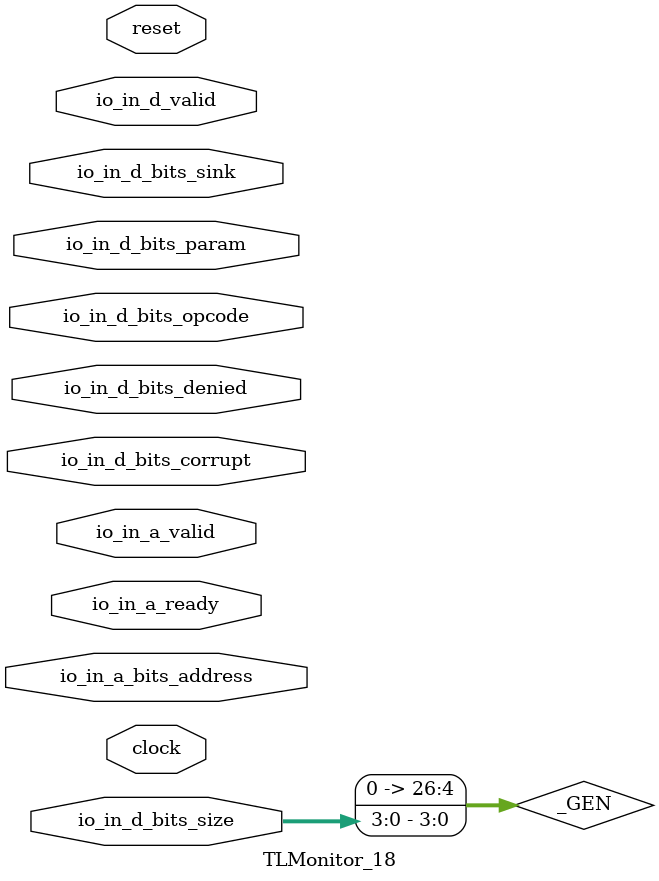
<source format=sv>
`ifndef RANDOMIZE
  `ifdef RANDOMIZE_REG_INIT
    `define RANDOMIZE
  `endif // RANDOMIZE_REG_INIT
`endif // not def RANDOMIZE
`ifndef RANDOMIZE
  `ifdef RANDOMIZE_MEM_INIT
    `define RANDOMIZE
  `endif // RANDOMIZE_MEM_INIT
`endif // not def RANDOMIZE

`ifndef RANDOM
  `define RANDOM $random
`endif // not def RANDOM

// Users can define 'PRINTF_COND' to add an extra gate to prints.
`ifndef PRINTF_COND_
  `ifdef PRINTF_COND
    `define PRINTF_COND_ (`PRINTF_COND)
  `else  // PRINTF_COND
    `define PRINTF_COND_ 1
  `endif // PRINTF_COND
`endif // not def PRINTF_COND_

// Users can define 'ASSERT_VERBOSE_COND' to add an extra gate to assert error printing.
`ifndef ASSERT_VERBOSE_COND_
  `ifdef ASSERT_VERBOSE_COND
    `define ASSERT_VERBOSE_COND_ (`ASSERT_VERBOSE_COND)
  `else  // ASSERT_VERBOSE_COND
    `define ASSERT_VERBOSE_COND_ 1
  `endif // ASSERT_VERBOSE_COND
`endif // not def ASSERT_VERBOSE_COND_

// Users can define 'STOP_COND' to add an extra gate to stop conditions.
`ifndef STOP_COND_
  `ifdef STOP_COND
    `define STOP_COND_ (`STOP_COND)
  `else  // STOP_COND
    `define STOP_COND_ 1
  `endif // STOP_COND
`endif // not def STOP_COND_

// Users can define INIT_RANDOM as general code that gets injected into the
// initializer block for modules with registers.
`ifndef INIT_RANDOM
  `define INIT_RANDOM
`endif // not def INIT_RANDOM

// If using random initialization, you can also define RANDOMIZE_DELAY to
// customize the delay used, otherwise 0.002 is used.
`ifndef RANDOMIZE_DELAY
  `define RANDOMIZE_DELAY 0.002
`endif // not def RANDOMIZE_DELAY

// Define INIT_RANDOM_PROLOG_ for use in our modules below.
`ifndef INIT_RANDOM_PROLOG_
  `ifdef RANDOMIZE
    `ifdef VERILATOR
      `define INIT_RANDOM_PROLOG_ `INIT_RANDOM
    `else  // VERILATOR
      `define INIT_RANDOM_PROLOG_ `INIT_RANDOM #`RANDOMIZE_DELAY begin end
    `endif // VERILATOR
  `else  // RANDOMIZE
    `define INIT_RANDOM_PROLOG_
  `endif // RANDOMIZE
`endif // not def INIT_RANDOM_PROLOG_

module TLMonitor_18(
  input        clock,
               reset,
               io_in_a_ready,
               io_in_a_valid,
  input [30:0] io_in_a_bits_address,
  input        io_in_d_valid,
  input [2:0]  io_in_d_bits_opcode,
  input [1:0]  io_in_d_bits_param,
  input [3:0]  io_in_d_bits_size,
  input        io_in_d_bits_sink,
               io_in_d_bits_denied,
               io_in_d_bits_corrupt
);

  wire [31:0] _plusarg_reader_1_out;	// @[PlusArg.scala:80:11]
  wire [31:0] _plusarg_reader_out;	// @[PlusArg.scala:80:11]
  wire        a_set = io_in_a_ready & io_in_a_valid;	// @[Decoupled.scala:51:35]
  reg  [8:0]  d_first_counter;	// @[Edges.scala:228:27]
  reg  [2:0]  opcode_1;	// @[Monitor.scala:535:22]
  reg  [1:0]  param_1;	// @[Monitor.scala:536:22]
  reg  [3:0]  size_1;	// @[Monitor.scala:537:22]
  reg         source_1;	// @[Monitor.scala:538:22]
  reg         sink;	// @[Monitor.scala:539:22]
  reg         denied;	// @[Monitor.scala:540:22]
  reg         inflight;	// @[Monitor.scala:611:27]
  reg  [3:0]  inflight_opcodes;	// @[Monitor.scala:613:35]
  reg  [7:0]  inflight_sizes;	// @[Monitor.scala:615:33]
  reg  [8:0]  d_first_counter_1;	// @[Edges.scala:228:27]
  wire        d_first_1 = d_first_counter_1 == 9'h0;	// @[Edges.scala:228:27, :230:25]
  wire        d_release_ack = io_in_d_bits_opcode == 3'h6;	// @[Monitor.scala:81:25, :670:46]
  reg  [31:0] watchdog;	// @[Monitor.scala:706:27]
  reg  [8:0]  d_first_counter_2;	// @[Edges.scala:228:27]
  wire        d_first_2 = d_first_counter_2 == 9'h0;	// @[Edges.scala:228:27, :230:25]
  wire [26:0] _GEN = {23'h0, io_in_d_bits_size};	// @[package.scala:235:71]
  wire [26:0] _d_first_beats1_decode_T_1 = 27'hFFF << _GEN;	// @[package.scala:235:71]
  wire [26:0] _d_first_beats1_decode_T_5 = 27'hFFF << _GEN;	// @[package.scala:235:71]
  wire [26:0] _d_first_beats1_decode_T_9 = 27'hFFF << _GEN;	// @[package.scala:235:71]
  wire        d_clr = io_in_d_valid & d_first_1 & ~d_release_ack;	// @[Edges.scala:230:25, Monitor.scala:670:46, :671:74, :675:72]
  wire        _T_1002 = io_in_d_valid & ~(|d_first_counter);	// @[Edges.scala:228:27, :230:25, Monitor.scala:549:20]
  always @(posedge clock) begin
    if (reset) begin
      d_first_counter <= 9'h0;	// @[Edges.scala:228:27]
      inflight <= 1'h0;	// @[Monitor.scala:611:27]
      inflight_opcodes <= 4'h0;	// @[Misc.scala:205:21, Monitor.scala:613:35, :657:77]
      inflight_sizes <= 8'h0;	// @[Monitor.scala:615:33, :745:35]
      d_first_counter_1 <= 9'h0;	// @[Edges.scala:228:27]
      watchdog <= 32'h0;	// @[Monitor.scala:706:27]
      d_first_counter_2 <= 9'h0;	// @[Edges.scala:228:27]
    end
    else begin
      if (io_in_d_valid) begin
        if (|d_first_counter)	// @[Edges.scala:228:27, :230:25]
          d_first_counter <= d_first_counter - 9'h1;	// @[Edges.scala:228:27, :229:28]
        else if (io_in_d_bits_opcode[0])	// @[Edges.scala:105:36]
          d_first_counter <= ~(_d_first_beats1_decode_T_1[11:3]);	// @[Edges.scala:228:27, package.scala:235:{46,71,76}]
        else	// @[Edges.scala:105:36]
          d_first_counter <= 9'h0;	// @[Edges.scala:228:27]
        if (d_first_1) begin	// @[Edges.scala:230:25]
          if (io_in_d_bits_opcode[0])	// @[Edges.scala:105:36]
            d_first_counter_1 <= ~(_d_first_beats1_decode_T_5[11:3]);	// @[Edges.scala:228:27, package.scala:235:{46,71,76}]
          else	// @[Edges.scala:105:36]
            d_first_counter_1 <= 9'h0;	// @[Edges.scala:228:27]
        end
        else	// @[Edges.scala:230:25]
          d_first_counter_1 <= d_first_counter_1 - 9'h1;	// @[Edges.scala:228:27, :229:28]
        if (d_first_2) begin	// @[Edges.scala:230:25]
          if (io_in_d_bits_opcode[0])	// @[Edges.scala:105:36]
            d_first_counter_2 <= ~(_d_first_beats1_decode_T_9[11:3]);	// @[Edges.scala:228:27, package.scala:235:{46,71,76}]
          else	// @[Edges.scala:105:36]
            d_first_counter_2 <= 9'h0;	// @[Edges.scala:228:27]
        end
        else	// @[Edges.scala:230:25]
          d_first_counter_2 <= d_first_counter_2 - 9'h1;	// @[Edges.scala:228:27, :229:28]
      end
      inflight <= (inflight | a_set) & ~d_clr;	// @[Decoupled.scala:51:35, Monitor.scala:611:27, :675:72, :702:{27,36,38}]
      inflight_opcodes <= (inflight_opcodes | (a_set ? {3'h0, a_set} : 4'h0)) & ~{4{d_clr}};	// @[Decoupled.scala:51:35, Misc.scala:205:21, Monitor.scala:613:35, :627:33, :652:72, :656:28, :657:77, :665:33, :675:{72,91}, :677:21, :703:{43,60,62}]
      inflight_sizes <= (inflight_sizes | (a_set ? {3'h0, a_set ? 5'h5 : 5'h0} : 8'h0)) & ~{8{d_clr}};	// @[Decoupled.scala:51:35, Monitor.scala:615:33, :629:31, :645:38, :652:72, :655:{28,59}, :657:28, :667:31, :675:{72,91}, :678:21, :704:{39,54,56}, :745:35]
      if (a_set | io_in_d_valid)	// @[Decoupled.scala:51:35, Monitor.scala:712:27]
        watchdog <= 32'h0;	// @[Monitor.scala:706:27]
      else	// @[Monitor.scala:712:27]
        watchdog <= watchdog + 32'h1;	// @[Monitor.scala:706:27, :711:26]
    end
    if (_T_1002) begin	// @[Monitor.scala:549:20]
      opcode_1 <= io_in_d_bits_opcode;	// @[Monitor.scala:535:22]
      param_1 <= io_in_d_bits_param;	// @[Monitor.scala:536:22]
      size_1 <= io_in_d_bits_size;	// @[Monitor.scala:537:22]
      sink <= io_in_d_bits_sink;	// @[Monitor.scala:539:22]
      denied <= io_in_d_bits_denied;	// @[Monitor.scala:540:22]
    end
    source_1 <= ~_T_1002 & source_1;	// @[Monitor.scala:538:22, :549:{20,32}, :553:15]
  end // always @(posedge)
  `ifndef SYNTHESIS
    wire  [7:0][2:0] _GEN_0 = '{3'h4, 3'h5, 3'h2, 3'h1, 3'h1, 3'h1, 3'h0, 3'h0};	// @[Monitor.scala:690:38]
    wire  [7:0][2:0] _GEN_1 = '{3'h4, 3'h4, 3'h2, 3'h1, 3'h1, 3'h1, 3'h0, 3'h0};	// @[Monitor.scala:689:38]
    wire             mask_eq_2 = ~(io_in_a_bits_address[2]) & ~(io_in_a_bits_address[1]);	// @[Misc.scala:209:26, :210:20, :213:27]
    wire             mask_eq_3 = ~(io_in_a_bits_address[2]) & io_in_a_bits_address[1];	// @[Misc.scala:209:26, :210:20, :213:27]
    wire             mask_eq_4 = io_in_a_bits_address[2] & ~(io_in_a_bits_address[1]);	// @[Misc.scala:209:26, :210:20, :213:27]
    wire             mask_eq_5 = io_in_a_bits_address[2] & io_in_a_bits_address[1];	// @[Misc.scala:209:26, :213:27]
    wire             _GEN_2 = io_in_d_valid & io_in_d_bits_opcode == 3'h6;	// @[Monitor.scala:81:25, :310:{25,52}]
    wire             _GEN_3 = io_in_d_bits_size < 4'h3;	// @[Monitor.scala:312:27]
    wire             _GEN_4 = io_in_d_valid & io_in_d_bits_opcode == 3'h4;	// @[Monitor.scala:104:25, :318:{25,47}]
    wire             _GEN_5 = io_in_d_bits_param == 2'h2;	// @[Bundles.scala:111:27, Monitor.scala:323:28]
    wire             _GEN_6 = io_in_d_valid & io_in_d_bits_opcode == 3'h5;	// @[Monitor.scala:146:25, :328:{25,51}]
    wire             _GEN_7 = io_in_d_valid & ~(|io_in_d_bits_opcode);	// @[Monitor.scala:338:{25,51}]
    wire             _GEN_8 = io_in_d_valid & io_in_d_bits_opcode == 3'h1;	// @[Misc.scala:201:81, Monitor.scala:346:{25,55}]
    wire             _GEN_9 = io_in_d_valid & io_in_d_bits_opcode == 3'h2;	// @[Monitor.scala:354:{25,49}, :640:42]
    wire             _T_976 = io_in_d_valid & (|d_first_counter);	// @[Edges.scala:228:27, :230:25, Monitor.scala:541:19]
    wire             _T_1055 = io_in_d_valid & d_first_1;	// @[Edges.scala:230:25, Monitor.scala:671:26]
    wire             _T_1026 = _T_1055 & ~d_release_ack;	// @[Monitor.scala:670:46, :671:{26,74}, :680:71]
    wire             _GEN_10 = _T_1026 & io_in_a_valid;	// @[Monitor.scala:680:71, :684:30]
    wire             _GEN_11 = _T_1026 & ~io_in_a_valid;	// @[Monitor.scala:680:71, :684:30]
    wire             _T_1112 = io_in_d_valid & d_first_2 & d_release_ack;	// @[Edges.scala:230:25, Monitor.scala:670:46, :791:71]
    always @(posedge clock) begin	// @[Monitor.scala:42:11]
      if (io_in_a_valid & ~reset & ~(io_in_a_bits_address[30:12] == 19'h3 | {io_in_a_bits_address[30:15], io_in_a_bits_address[13:12]} == 18'h0 | {io_in_a_bits_address[30:17] ^ 14'h8, io_in_a_bits_address[15:12]} == 18'h0 | io_in_a_bits_address[30:16] == 15'h200 | io_in_a_bits_address[30:12] == 19'h2010 | io_in_a_bits_address[30:26] == 5'h3 | io_in_a_bits_address[30:12] == 19'h54000)) begin	// @[Monitor.scala:42:11, :706:27, Parameters.scala:137:{31,45,65}, :672:30]
        if (`ASSERT_VERBOSE_COND_)	// @[Monitor.scala:42:11]
          $error("Assertion failed: 'A' channel carries PutFull type which is unexpected using diplomatic parameters (connected at BusWrapper.scala:91:33)\n    at Monitor.scala:42 assert(cond, message)\n");	// @[Monitor.scala:42:11]
        if (`STOP_COND_)	// @[Monitor.scala:42:11]
          $fatal;	// @[Monitor.scala:42:11]
      end
      if (io_in_a_valid & ~reset & (|(io_in_a_bits_address[1:0]))) begin	// @[Edges.scala:20:{16,24}, Monitor.scala:42:11]
        if (`ASSERT_VERBOSE_COND_)	// @[Monitor.scala:42:11]
          $error("Assertion failed: 'A' channel PutFull address not aligned to size (connected at BusWrapper.scala:91:33)\n    at Monitor.scala:42 assert(cond, message)\n");	// @[Monitor.scala:42:11]
        if (`STOP_COND_)	// @[Monitor.scala:42:11]
          $fatal;	// @[Monitor.scala:42:11]
      end
      if (io_in_a_valid & ~reset & {io_in_a_bits_address[2] | mask_eq_5 & io_in_a_bits_address[0], io_in_a_bits_address[2] | mask_eq_5 & ~(io_in_a_bits_address[0]), io_in_a_bits_address[2] | mask_eq_4 & io_in_a_bits_address[0], io_in_a_bits_address[2] | mask_eq_4 & ~(io_in_a_bits_address[0]), ~(io_in_a_bits_address[2]) | mask_eq_3 & io_in_a_bits_address[0], ~(io_in_a_bits_address[2]) | mask_eq_3 & ~(io_in_a_bits_address[0]), ~(io_in_a_bits_address[2]) | mask_eq_2 & io_in_a_bits_address[0], ~(io_in_a_bits_address[2]) | mask_eq_2 & ~(io_in_a_bits_address[0])} != 8'hF) begin	// @[Cat.scala:33:92, Misc.scala:209:26, :210:20, :213:27, :214:29, Monitor.scala:42:11, :119:30]
        if (`ASSERT_VERBOSE_COND_)	// @[Monitor.scala:42:11]
          $error("Assertion failed: 'A' channel PutFull contains invalid mask (connected at BusWrapper.scala:91:33)\n    at Monitor.scala:42 assert(cond, message)\n");	// @[Monitor.scala:42:11]
        if (`STOP_COND_)	// @[Monitor.scala:42:11]
          $fatal;	// @[Monitor.scala:42:11]
      end
      if (io_in_d_valid & ~reset & (&io_in_d_bits_opcode)) begin	// @[Bundles.scala:45:24, Monitor.scala:49:11]
        if (`ASSERT_VERBOSE_COND_)	// @[Monitor.scala:49:11]
          $error("Assertion failed: 'D' channel has invalid opcode (connected at BusWrapper.scala:91:33)\n    at Monitor.scala:49 assert(cond, message)\n");	// @[Monitor.scala:49:11]
        if (`STOP_COND_)	// @[Monitor.scala:49:11]
          $fatal;	// @[Monitor.scala:49:11]
      end
      if (_GEN_2 & ~reset & _GEN_3) begin	// @[Monitor.scala:49:11, :310:52, :312:27]
        if (`ASSERT_VERBOSE_COND_)	// @[Monitor.scala:49:11]
          $error("Assertion failed: 'D' channel ReleaseAck smaller than a beat (connected at BusWrapper.scala:91:33)\n    at Monitor.scala:49 assert(cond, message)\n");	// @[Monitor.scala:49:11]
        if (`STOP_COND_)	// @[Monitor.scala:49:11]
          $fatal;	// @[Monitor.scala:49:11]
      end
      if (_GEN_2 & ~reset & (|io_in_d_bits_param)) begin	// @[Monitor.scala:49:11, :310:52, :313:28]
        if (`ASSERT_VERBOSE_COND_)	// @[Monitor.scala:49:11]
          $error("Assertion failed: 'D' channel ReleaseeAck carries invalid param (connected at BusWrapper.scala:91:33)\n    at Monitor.scala:49 assert(cond, message)\n");	// @[Monitor.scala:49:11]
        if (`STOP_COND_)	// @[Monitor.scala:49:11]
          $fatal;	// @[Monitor.scala:49:11]
      end
      if (_GEN_2 & ~reset & io_in_d_bits_corrupt) begin	// @[Monitor.scala:49:11, :310:52]
        if (`ASSERT_VERBOSE_COND_)	// @[Monitor.scala:49:11]
          $error("Assertion failed: 'D' channel ReleaseAck is corrupt (connected at BusWrapper.scala:91:33)\n    at Monitor.scala:49 assert(cond, message)\n");	// @[Monitor.scala:49:11]
        if (`STOP_COND_)	// @[Monitor.scala:49:11]
          $fatal;	// @[Monitor.scala:49:11]
      end
      if (_GEN_2 & ~reset & io_in_d_bits_denied) begin	// @[Monitor.scala:49:11, :310:52]
        if (`ASSERT_VERBOSE_COND_)	// @[Monitor.scala:49:11]
          $error("Assertion failed: 'D' channel ReleaseAck is denied (connected at BusWrapper.scala:91:33)\n    at Monitor.scala:49 assert(cond, message)\n");	// @[Monitor.scala:49:11]
        if (`STOP_COND_)	// @[Monitor.scala:49:11]
          $fatal;	// @[Monitor.scala:49:11]
      end
      if (_GEN_4 & ~reset) begin	// @[Monitor.scala:49:11, :318:47]
        if (`ASSERT_VERBOSE_COND_)	// @[Monitor.scala:49:11]
          $error("Assertion failed: 'D' channel Grant carries invalid sink ID (connected at BusWrapper.scala:91:33)\n    at Monitor.scala:49 assert(cond, message)\n");	// @[Monitor.scala:49:11]
        if (`STOP_COND_)	// @[Monitor.scala:49:11]
          $fatal;	// @[Monitor.scala:49:11]
      end
      if (_GEN_4 & ~reset & _GEN_3) begin	// @[Monitor.scala:49:11, :312:27, :318:47]
        if (`ASSERT_VERBOSE_COND_)	// @[Monitor.scala:49:11]
          $error("Assertion failed: 'D' channel Grant smaller than a beat (connected at BusWrapper.scala:91:33)\n    at Monitor.scala:49 assert(cond, message)\n");	// @[Monitor.scala:49:11]
        if (`STOP_COND_)	// @[Monitor.scala:49:11]
          $fatal;	// @[Monitor.scala:49:11]
      end
      if (_GEN_4 & ~reset & (&io_in_d_bits_param)) begin	// @[Bundles.scala:105:26, Monitor.scala:49:11, :318:47]
        if (`ASSERT_VERBOSE_COND_)	// @[Monitor.scala:49:11]
          $error("Assertion failed: 'D' channel Grant carries invalid cap param (connected at BusWrapper.scala:91:33)\n    at Monitor.scala:49 assert(cond, message)\n");	// @[Monitor.scala:49:11]
        if (`STOP_COND_)	// @[Monitor.scala:49:11]
          $fatal;	// @[Monitor.scala:49:11]
      end
      if (_GEN_4 & ~reset & _GEN_5) begin	// @[Monitor.scala:49:11, :318:47, :323:28]
        if (`ASSERT_VERBOSE_COND_)	// @[Monitor.scala:49:11]
          $error("Assertion failed: 'D' channel Grant carries toN param (connected at BusWrapper.scala:91:33)\n    at Monitor.scala:49 assert(cond, message)\n");	// @[Monitor.scala:49:11]
        if (`STOP_COND_)	// @[Monitor.scala:49:11]
          $fatal;	// @[Monitor.scala:49:11]
      end
      if (_GEN_4 & ~reset & io_in_d_bits_corrupt) begin	// @[Monitor.scala:49:11, :318:47]
        if (`ASSERT_VERBOSE_COND_)	// @[Monitor.scala:49:11]
          $error("Assertion failed: 'D' channel Grant is corrupt (connected at BusWrapper.scala:91:33)\n    at Monitor.scala:49 assert(cond, message)\n");	// @[Monitor.scala:49:11]
        if (`STOP_COND_)	// @[Monitor.scala:49:11]
          $fatal;	// @[Monitor.scala:49:11]
      end
      if (_GEN_6 & ~reset) begin	// @[Monitor.scala:49:11, :328:51]
        if (`ASSERT_VERBOSE_COND_)	// @[Monitor.scala:49:11]
          $error("Assertion failed: 'D' channel GrantData carries invalid sink ID (connected at BusWrapper.scala:91:33)\n    at Monitor.scala:49 assert(cond, message)\n");	// @[Monitor.scala:49:11]
        if (`STOP_COND_)	// @[Monitor.scala:49:11]
          $fatal;	// @[Monitor.scala:49:11]
      end
      if (_GEN_6 & ~reset & _GEN_3) begin	// @[Monitor.scala:49:11, :312:27, :328:51]
        if (`ASSERT_VERBOSE_COND_)	// @[Monitor.scala:49:11]
          $error("Assertion failed: 'D' channel GrantData smaller than a beat (connected at BusWrapper.scala:91:33)\n    at Monitor.scala:49 assert(cond, message)\n");	// @[Monitor.scala:49:11]
        if (`STOP_COND_)	// @[Monitor.scala:49:11]
          $fatal;	// @[Monitor.scala:49:11]
      end
      if (_GEN_6 & ~reset & (&io_in_d_bits_param)) begin	// @[Bundles.scala:105:26, Monitor.scala:49:11, :328:51]
        if (`ASSERT_VERBOSE_COND_)	// @[Monitor.scala:49:11]
          $error("Assertion failed: 'D' channel GrantData carries invalid cap param (connected at BusWrapper.scala:91:33)\n    at Monitor.scala:49 assert(cond, message)\n");	// @[Monitor.scala:49:11]
        if (`STOP_COND_)	// @[Monitor.scala:49:11]
          $fatal;	// @[Monitor.scala:49:11]
      end
      if (_GEN_6 & ~reset & _GEN_5) begin	// @[Monitor.scala:49:11, :323:28, :328:51]
        if (`ASSERT_VERBOSE_COND_)	// @[Monitor.scala:49:11]
          $error("Assertion failed: 'D' channel GrantData carries toN param (connected at BusWrapper.scala:91:33)\n    at Monitor.scala:49 assert(cond, message)\n");	// @[Monitor.scala:49:11]
        if (`STOP_COND_)	// @[Monitor.scala:49:11]
          $fatal;	// @[Monitor.scala:49:11]
      end
      if (_GEN_6 & ~reset & ~(~io_in_d_bits_denied | io_in_d_bits_corrupt)) begin	// @[Monitor.scala:49:11, :328:51, :334:{15,30}]
        if (`ASSERT_VERBOSE_COND_)	// @[Monitor.scala:49:11]
          $error("Assertion failed: 'D' channel GrantData is denied but not corrupt (connected at BusWrapper.scala:91:33)\n    at Monitor.scala:49 assert(cond, message)\n");	// @[Monitor.scala:49:11]
        if (`STOP_COND_)	// @[Monitor.scala:49:11]
          $fatal;	// @[Monitor.scala:49:11]
      end
      if (_GEN_7 & ~reset & (|io_in_d_bits_param)) begin	// @[Monitor.scala:49:11, :338:51, :341:28]
        if (`ASSERT_VERBOSE_COND_)	// @[Monitor.scala:49:11]
          $error("Assertion failed: 'D' channel AccessAck carries invalid param (connected at BusWrapper.scala:91:33)\n    at Monitor.scala:49 assert(cond, message)\n");	// @[Monitor.scala:49:11]
        if (`STOP_COND_)	// @[Monitor.scala:49:11]
          $fatal;	// @[Monitor.scala:49:11]
      end
      if (_GEN_7 & ~reset & io_in_d_bits_corrupt) begin	// @[Monitor.scala:49:11, :338:51]
        if (`ASSERT_VERBOSE_COND_)	// @[Monitor.scala:49:11]
          $error("Assertion failed: 'D' channel AccessAck is corrupt (connected at BusWrapper.scala:91:33)\n    at Monitor.scala:49 assert(cond, message)\n");	// @[Monitor.scala:49:11]
        if (`STOP_COND_)	// @[Monitor.scala:49:11]
          $fatal;	// @[Monitor.scala:49:11]
      end
      if (_GEN_8 & ~reset & (|io_in_d_bits_param)) begin	// @[Monitor.scala:49:11, :346:55, :349:28]
        if (`ASSERT_VERBOSE_COND_)	// @[Monitor.scala:49:11]
          $error("Assertion failed: 'D' channel AccessAckData carries invalid param (connected at BusWrapper.scala:91:33)\n    at Monitor.scala:49 assert(cond, message)\n");	// @[Monitor.scala:49:11]
        if (`STOP_COND_)	// @[Monitor.scala:49:11]
          $fatal;	// @[Monitor.scala:49:11]
      end
      if (_GEN_8 & ~reset & ~(~io_in_d_bits_denied | io_in_d_bits_corrupt)) begin	// @[Monitor.scala:49:11, :346:55, :350:{15,30}]
        if (`ASSERT_VERBOSE_COND_)	// @[Monitor.scala:49:11]
          $error("Assertion failed: 'D' channel AccessAckData is denied but not corrupt (connected at BusWrapper.scala:91:33)\n    at Monitor.scala:49 assert(cond, message)\n");	// @[Monitor.scala:49:11]
        if (`STOP_COND_)	// @[Monitor.scala:49:11]
          $fatal;	// @[Monitor.scala:49:11]
      end
      if (_GEN_9 & ~reset & (|io_in_d_bits_param)) begin	// @[Monitor.scala:49:11, :354:49, :357:28]
        if (`ASSERT_VERBOSE_COND_)	// @[Monitor.scala:49:11]
          $error("Assertion failed: 'D' channel HintAck carries invalid param (connected at BusWrapper.scala:91:33)\n    at Monitor.scala:49 assert(cond, message)\n");	// @[Monitor.scala:49:11]
        if (`STOP_COND_)	// @[Monitor.scala:49:11]
          $fatal;	// @[Monitor.scala:49:11]
      end
      if (_GEN_9 & ~reset & io_in_d_bits_corrupt) begin	// @[Monitor.scala:49:11, :354:49]
        if (`ASSERT_VERBOSE_COND_)	// @[Monitor.scala:49:11]
          $error("Assertion failed: 'D' channel HintAck is corrupt (connected at BusWrapper.scala:91:33)\n    at Monitor.scala:49 assert(cond, message)\n");	// @[Monitor.scala:49:11]
        if (`STOP_COND_)	// @[Monitor.scala:49:11]
          $fatal;	// @[Monitor.scala:49:11]
      end
      if (_T_976 & ~reset & io_in_d_bits_opcode != opcode_1) begin	// @[Monitor.scala:49:11, :535:22, :541:19, :542:29]
        if (`ASSERT_VERBOSE_COND_)	// @[Monitor.scala:49:11]
          $error("Assertion failed: 'D' channel opcode changed within multibeat operation (connected at BusWrapper.scala:91:33)\n    at Monitor.scala:49 assert(cond, message)\n");	// @[Monitor.scala:49:11]
        if (`STOP_COND_)	// @[Monitor.scala:49:11]
          $fatal;	// @[Monitor.scala:49:11]
      end
      if (_T_976 & ~reset & io_in_d_bits_param != param_1) begin	// @[Monitor.scala:49:11, :536:22, :541:19, :543:29]
        if (`ASSERT_VERBOSE_COND_)	// @[Monitor.scala:49:11]
          $error("Assertion failed: 'D' channel param changed within multibeat operation (connected at BusWrapper.scala:91:33)\n    at Monitor.scala:49 assert(cond, message)\n");	// @[Monitor.scala:49:11]
        if (`STOP_COND_)	// @[Monitor.scala:49:11]
          $fatal;	// @[Monitor.scala:49:11]
      end
      if (_T_976 & ~reset & io_in_d_bits_size != size_1) begin	// @[Monitor.scala:49:11, :537:22, :541:19, :544:29]
        if (`ASSERT_VERBOSE_COND_)	// @[Monitor.scala:49:11]
          $error("Assertion failed: 'D' channel size changed within multibeat operation (connected at BusWrapper.scala:91:33)\n    at Monitor.scala:49 assert(cond, message)\n");	// @[Monitor.scala:49:11]
        if (`STOP_COND_)	// @[Monitor.scala:49:11]
          $fatal;	// @[Monitor.scala:49:11]
      end
      if (_T_976 & ~reset & source_1) begin	// @[Monitor.scala:49:11, :538:22, :541:19]
        if (`ASSERT_VERBOSE_COND_)	// @[Monitor.scala:49:11]
          $error("Assertion failed: 'D' channel source changed within multibeat operation (connected at BusWrapper.scala:91:33)\n    at Monitor.scala:49 assert(cond, message)\n");	// @[Monitor.scala:49:11]
        if (`STOP_COND_)	// @[Monitor.scala:49:11]
          $fatal;	// @[Monitor.scala:49:11]
      end
      if (_T_976 & ~reset & io_in_d_bits_sink != sink) begin	// @[Monitor.scala:49:11, :539:22, :541:19, :546:29]
        if (`ASSERT_VERBOSE_COND_)	// @[Monitor.scala:49:11]
          $error("Assertion failed: 'D' channel sink changed with multibeat operation (connected at BusWrapper.scala:91:33)\n    at Monitor.scala:49 assert(cond, message)\n");	// @[Monitor.scala:49:11]
        if (`STOP_COND_)	// @[Monitor.scala:49:11]
          $fatal;	// @[Monitor.scala:49:11]
      end
      if (_T_976 & ~reset & io_in_d_bits_denied != denied) begin	// @[Monitor.scala:49:11, :540:22, :541:19, :547:29]
        if (`ASSERT_VERBOSE_COND_)	// @[Monitor.scala:49:11]
          $error("Assertion failed: 'D' channel denied changed with multibeat operation (connected at BusWrapper.scala:91:33)\n    at Monitor.scala:49 assert(cond, message)\n");	// @[Monitor.scala:49:11]
        if (`STOP_COND_)	// @[Monitor.scala:49:11]
          $fatal;	// @[Monitor.scala:49:11]
      end
      if (a_set & ~reset & inflight) begin	// @[Decoupled.scala:51:35, Monitor.scala:42:11, :611:27]
        if (`ASSERT_VERBOSE_COND_)	// @[Monitor.scala:42:11]
          $error("Assertion failed: 'A' channel re-used a source ID (connected at BusWrapper.scala:91:33)\n    at Monitor.scala:42 assert(cond, message)\n");	// @[Monitor.scala:42:11]
        if (`STOP_COND_)	// @[Monitor.scala:42:11]
          $fatal;	// @[Monitor.scala:42:11]
      end
      if (_T_1026 & ~reset & ~(inflight | io_in_a_valid)) begin	// @[Monitor.scala:49:11, :611:27, :680:71, :682:49]
        if (`ASSERT_VERBOSE_COND_)	// @[Monitor.scala:49:11]
          $error("Assertion failed: 'D' channel acknowledged for nothing inflight (connected at BusWrapper.scala:91:33)\n    at Monitor.scala:49 assert(cond, message)\n");	// @[Monitor.scala:49:11]
        if (`STOP_COND_)	// @[Monitor.scala:49:11]
          $fatal;	// @[Monitor.scala:49:11]
      end
      if (_GEN_10 & ~reset & ~(~(|io_in_d_bits_opcode) | ~(|io_in_d_bits_opcode))) begin	// @[Monitor.scala:49:11, :338:25, :684:30, :685:{38,77}, :686:39]
        if (`ASSERT_VERBOSE_COND_)	// @[Monitor.scala:49:11]
          $error("Assertion failed: 'D' channel contains improper opcode response (connected at BusWrapper.scala:91:33)\n    at Monitor.scala:49 assert(cond, message)\n");	// @[Monitor.scala:49:11]
        if (`STOP_COND_)	// @[Monitor.scala:49:11]
          $fatal;	// @[Monitor.scala:49:11]
      end
      if (_GEN_10 & ~reset & io_in_d_bits_size != 4'h2) begin	// @[Monitor.scala:49:11, :684:30, :687:36]
        if (`ASSERT_VERBOSE_COND_)	// @[Monitor.scala:49:11]
          $error("Assertion failed: 'D' channel contains improper response size (connected at BusWrapper.scala:91:33)\n    at Monitor.scala:49 assert(cond, message)\n");	// @[Monitor.scala:49:11]
        if (`STOP_COND_)	// @[Monitor.scala:49:11]
          $fatal;	// @[Monitor.scala:49:11]
      end
      if (_GEN_11 & ~reset & ~(io_in_d_bits_opcode == _GEN_1[inflight_opcodes[3:1]] | io_in_d_bits_opcode == _GEN_0[inflight_opcodes[3:1]])) begin	// @[Monitor.scala:42:11, :49:11, :613:35, :634:152, :684:30, :689:{38,72}, :690:38]
        if (`ASSERT_VERBOSE_COND_)	// @[Monitor.scala:49:11]
          $error("Assertion failed: 'D' channel contains improper opcode response (connected at BusWrapper.scala:91:33)\n    at Monitor.scala:49 assert(cond, message)\n");	// @[Monitor.scala:49:11]
        if (`STOP_COND_)	// @[Monitor.scala:49:11]
          $fatal;	// @[Monitor.scala:49:11]
      end
      if (_GEN_11 & ~reset & {4'h0, io_in_d_bits_size} != {1'h0, inflight_sizes[7:1]}) begin	// @[Misc.scala:205:21, Monitor.scala:42:11, :49:11, :615:33, :638:{19,144}, :657:77, :684:30, :691:36]
        if (`ASSERT_VERBOSE_COND_)	// @[Monitor.scala:49:11]
          $error("Assertion failed: 'D' channel contains improper response size (connected at BusWrapper.scala:91:33)\n    at Monitor.scala:49 assert(cond, message)\n");	// @[Monitor.scala:49:11]
        if (`STOP_COND_)	// @[Monitor.scala:49:11]
          $fatal;	// @[Monitor.scala:49:11]
      end
      if (_T_1055 & io_in_a_valid & ~d_release_ack & ~reset & ~io_in_a_ready) begin	// @[Monitor.scala:49:11, :670:46, :671:{26,74}]
        if (`ASSERT_VERBOSE_COND_)	// @[Monitor.scala:49:11]
          $error("Assertion failed: ready check\n    at Monitor.scala:49 assert(cond, message)\n");	// @[Monitor.scala:49:11]
        if (`STOP_COND_)	// @[Monitor.scala:49:11]
          $fatal;	// @[Monitor.scala:49:11]
      end
      if (~reset & ~(io_in_a_valid != (_T_1055 & ~d_release_ack) | ~io_in_a_valid)) begin	// @[Monitor.scala:49:11, :670:46, :671:{26,71,74}, :699:{29,48,51}]
        if (`ASSERT_VERBOSE_COND_)	// @[Monitor.scala:49:11]
          $error("Assertion failed: 'A' and 'D' concurrent, despite minlatency 2 (connected at BusWrapper.scala:91:33)\n    at Monitor.scala:49 assert(cond, message)\n");	// @[Monitor.scala:49:11]
        if (`STOP_COND_)	// @[Monitor.scala:49:11]
          $fatal;	// @[Monitor.scala:49:11]
      end
      if (~reset & ~(~inflight | _plusarg_reader_out == 32'h0 | watchdog < _plusarg_reader_out)) begin	// @[Monitor.scala:42:11, :611:27, :706:27, :709:{16,39,47,59}, PlusArg.scala:80:11]
        if (`ASSERT_VERBOSE_COND_)	// @[Monitor.scala:42:11]
          $error("Assertion failed: TileLink timeout expired (connected at BusWrapper.scala:91:33)\n    at Monitor.scala:42 assert(cond, message)\n");	// @[Monitor.scala:42:11]
        if (`STOP_COND_)	// @[Monitor.scala:42:11]
          $fatal;	// @[Monitor.scala:42:11]
      end
      if (_T_1112 & ~reset) begin	// @[Monitor.scala:49:11, :791:71]
        if (`ASSERT_VERBOSE_COND_)	// @[Monitor.scala:49:11]
          $error("Assertion failed: 'D' channel acknowledged for nothing inflight (connected at BusWrapper.scala:91:33)\n    at Monitor.scala:49 assert(cond, message)\n");	// @[Monitor.scala:49:11]
        if (`STOP_COND_)	// @[Monitor.scala:49:11]
          $fatal;	// @[Monitor.scala:49:11]
      end
      if (_T_1112 & ~reset & (|io_in_d_bits_size)) begin	// @[Monitor.scala:49:11, :791:71, :797:36]
        if (`ASSERT_VERBOSE_COND_)	// @[Monitor.scala:49:11]
          $error("Assertion failed: 'D' channel contains improper response size (connected at BusWrapper.scala:91:33)\n    at Monitor.scala:49 assert(cond, message)\n");	// @[Monitor.scala:49:11]
        if (`STOP_COND_)	// @[Monitor.scala:49:11]
          $fatal;	// @[Monitor.scala:49:11]
      end
    end // always @(posedge)
    `ifdef FIRRTL_BEFORE_INITIAL
      `FIRRTL_BEFORE_INITIAL
    `endif // FIRRTL_BEFORE_INITIAL
    logic [31:0]     _RANDOM_0;
    logic [31:0]     _RANDOM_1;
    logic [31:0]     _RANDOM_2;
    logic [31:0]     _RANDOM_3;
    logic [31:0]     _RANDOM_4;
    logic [31:0]     _RANDOM_5;
    initial begin
      `ifdef INIT_RANDOM_PROLOG_
        `INIT_RANDOM_PROLOG_
      `endif // INIT_RANDOM_PROLOG_
      `ifdef RANDOMIZE_REG_INIT
        _RANDOM_0 = `RANDOM;
        _RANDOM_1 = `RANDOM;
        _RANDOM_2 = `RANDOM;
        _RANDOM_3 = `RANDOM;
        _RANDOM_4 = `RANDOM;
        _RANDOM_5 = `RANDOM;
        d_first_counter = _RANDOM_1[27:19];	// @[Edges.scala:228:27]
        opcode_1 = _RANDOM_1[30:28];	// @[Edges.scala:228:27, Monitor.scala:535:22]
        param_1 = {_RANDOM_1[31], _RANDOM_2[0]};	// @[Edges.scala:228:27, Monitor.scala:536:22]
        size_1 = _RANDOM_2[4:1];	// @[Monitor.scala:536:22, :537:22]
        source_1 = _RANDOM_2[5];	// @[Monitor.scala:536:22, :538:22]
        sink = _RANDOM_2[6];	// @[Monitor.scala:536:22, :539:22]
        denied = _RANDOM_2[7];	// @[Monitor.scala:536:22, :540:22]
        inflight = _RANDOM_2[8];	// @[Monitor.scala:536:22, :611:27]
        inflight_opcodes = _RANDOM_2[12:9];	// @[Monitor.scala:536:22, :613:35]
        inflight_sizes = _RANDOM_2[20:13];	// @[Monitor.scala:536:22, :615:33]
        d_first_counter_1 = {_RANDOM_2[31:30], _RANDOM_3[6:0]};	// @[Edges.scala:228:27, Monitor.scala:536:22]
        watchdog = {_RANDOM_3[31:7], _RANDOM_4[6:0]};	// @[Edges.scala:228:27, Monitor.scala:706:27]
        d_first_counter_2 = {_RANDOM_4[31:29], _RANDOM_5[5:0]};	// @[Edges.scala:228:27, Monitor.scala:706:27]
      `endif // RANDOMIZE_REG_INIT
    end // initial
    `ifdef FIRRTL_AFTER_INITIAL
      `FIRRTL_AFTER_INITIAL
    `endif // FIRRTL_AFTER_INITIAL
  `endif // not def SYNTHESIS
  plusarg_reader #(
    .FORMAT("tilelink_timeout=%d"),
    .DEFAULT(0),
    .WIDTH(32)
  ) plusarg_reader (	// @[PlusArg.scala:80:11]
    .out (_plusarg_reader_out)
  );
  plusarg_reader #(
    .FORMAT("tilelink_timeout=%d"),
    .DEFAULT(0),
    .WIDTH(32)
  ) plusarg_reader_1 (	// @[PlusArg.scala:80:11]
    .out (_plusarg_reader_1_out)
  );
endmodule


</source>
